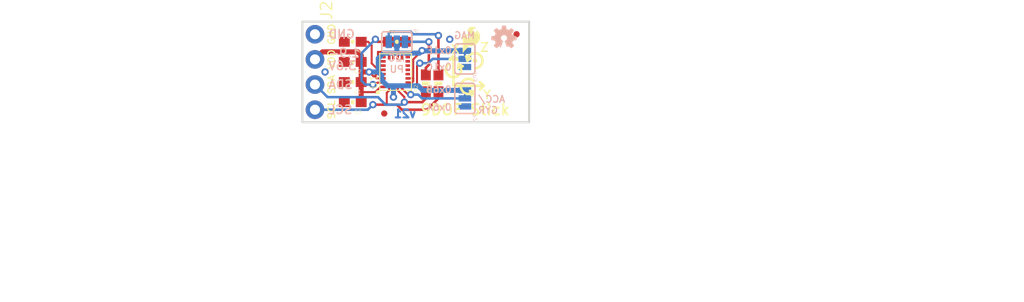
<source format=kicad_pcb>
(kicad_pcb (version 20211014) (generator pcbnew)
  (layers (0 "F.Cu" signal) (31 "B.Cu" signal) (34 "B.Paste" user) (35 "F.Paste" user) (36 "B.SilkS" user "B.Silkscreen") (37 "F.SilkS" user "F.Silkscreen") (38 "B.Mask" user) (39 "F.Mask" user) (44 "Edge.Cuts" user))
  (net 0 "")
  (net 1 "N$1")
  (net 2 "N$2")
  (net 3 "SCL")
  (net 4 "SDA")
  (net 5 "VDD")
  (net 6 "N$5")
  (net 7 "N$6")
  (net 8 "GND")
  (net 9 "SDO_A/G")
  (net 10 "SDO_M")
  (footprint "boardEagle:0603-CAP" (layer "F.Cu") (at 142.1511 108.0516 180)
    (fp_text reference "C3" (at -0.889 -0.762 180) (layer "F.SilkS") (effects (font (size 0.373888 0.373888) (thickness 0.032512)) (justify right top)))
    (fp_text value "0.1uF")
    (fp_line (start 0 -0.02794) (end 0 0.02794) (layer "F.SilkS") (width 0.381))
    (pad "1" smd rect (at -0.85 0 180) (size 1.1 1) (layers "F.Cu" "F.Paste" "F.Mask") (net 5 "VDD"))
    (pad "2" smd rect (at 0.85 0 180) (size 1.1 1) (layers "F.Cu" "F.Paste" "F.Mask") (net 8 "GND"))
  )
  (footprint "boardEagle:STAND-OFF" (layer "F.Cu") (at 157.3911 105.0036)
    (fp_text reference "H1" hide)
    (fp_text value "STAND-OFF" hide)
    (pad "" np_thru_hole circle (at 0 0) (size 3.302 3.302) (drill 3.302) (layers *.Cu *.Mask))
  )
  (footprint "boardEagle:1X04_NO_SILK_ALL_ROUND" (layer "F.Cu") (at 138.3411 101.1936 -90)
    (fp_text reference "J2" (at -1.3462 -1.8288 -90) (layer "F.SilkS") (effects (font (size 1.143 1.143) (thickness 0.127)) (justify left bottom)))
    (fp_text value "")
    (pad "1" thru_hole circle (at 0 0) (size 1.8796 1.8796) (drill 1.016) (layers *.Cu *.Mask) (net 8 "GND"))
    (pad "2" thru_hole circle (at 2.54 0) (size 1.8796 1.8796) (drill 1.016) (layers *.Cu *.Mask) (net 5 "VDD"))
    (pad "3" thru_hole circle (at 5.08 0) (size 1.8796 1.8796) (drill 1.016) (layers *.Cu *.Mask) (net 4 "SDA"))
    (pad "4" thru_hole circle (at 7.62 0) (size 1.8796 1.8796) (drill 1.016) (layers *.Cu *.Mask) (net 3 "SCL"))
  )
  (footprint "boardEagle:CREATIVE_COMMONS" (layer "F.Cu") (at 126.9111 127.8636)
    (fp_text reference "FRAME1" hide)
    (fp_text value "FRAME-LETTER" hide)
  )
  (footprint "boardEagle:0603-RES" (layer "F.Cu") (at 150.7871 106.1466 90)
    (fp_text reference "R1" (at -0.889 -0.762 90) (layer "F.SilkS") (effects (font (size 0.373888 0.373888) (thickness 0.032512)) (justify left bottom)))
    (fp_text value "4.7K")
    (fp_poly (pts (xy -0.1905 0.381) (xy 0.1905 0.381) (xy 0.1905 -0.381) (xy -0.1905 -0.381)) (layer "F.SilkS") (width 0) (fill solid))
    (pad "1" smd rect (at -0.85 0 90) (size 1.1 1) (layers "F.Cu" "F.Paste" "F.Mask") (net 3 "SCL"))
    (pad "2" smd rect (at 0.85 0 90) (size 1.1 1) (layers "F.Cu" "F.Paste" "F.Mask") (net 2 "N$2"))
  )
  (footprint "boardEagle:0603-RES" (layer "F.Cu") (at 149.5171 106.1466 90)
    (fp_text reference "R2" (at -0.889 -0.762 90) (layer "F.SilkS") (effects (font (size 0.373888 0.373888) (thickness 0.032512)) (justify left bottom)))
    (fp_text value "4.7K")
    (fp_poly (pts (xy -0.1905 0.381) (xy 0.1905 0.381) (xy 0.1905 -0.381) (xy -0.1905 -0.381)) (layer "F.SilkS") (width 0) (fill solid))
    (pad "1" smd rect (at -0.85 0 90) (size 1.1 1) (layers "F.Cu" "F.Paste" "F.Mask") (net 4 "SDA"))
    (pad "2" smd rect (at 0.85 0 90) (size 1.1 1) (layers "F.Cu" "F.Paste" "F.Mask") (net 1 "N$1"))
  )
  (footprint "boardEagle:0603-CAP" (layer "F.Cu") (at 142.1511 101.9556 180)
    (fp_text reference "C4" (at -0.889 -0.762 180) (layer "F.SilkS") (effects (font (size 0.373888 0.373888) (thickness 0.032512)) (justify right top)))
    (fp_text value "10nF")
    (fp_line (start 0 -0.02794) (end 0 0.02794) (layer "F.SilkS") (width 0.381))
    (pad "1" smd rect (at -0.85 0 180) (size 1.1 1) (layers "F.Cu" "F.Paste" "F.Mask") (net 6 "N$5"))
    (pad "2" smd rect (at 0.85 0 180) (size 1.1 1) (layers "F.Cu" "F.Paste" "F.Mask") (net 8 "GND"))
  )
  (footprint "boardEagle:MICRO-FIDUCIAL" (layer "F.Cu") (at 145.3261 109.1946)
    (fp_text reference "FD3" hide)
    (fp_text value "FIDUCIALUFIDUCIAL" hide)
    (pad "1" smd roundrect (at 0 0) (size 0.635 0.635) (layers "F.Cu" "F.Mask") (roundrect_rratio 0.5))
  )
  (footprint "boardEagle:0603-CAP" (layer "F.Cu") (at 146.5961 101.9556)
    (fp_text reference "C5" (at -0.889 -0.762) (layer "F.SilkS") (effects (font (size 0.373888 0.373888) (thickness 0.032512)) (justify left bottom)))
    (fp_text value "0.1uF")
    (fp_line (start 0 -0.02794) (end 0 0.02794) (layer "F.SilkS") (width 0.381))
    (pad "1" smd rect (at -0.85 0) (size 1.1 1) (layers "F.Cu" "F.Paste" "F.Mask") (net 7 "N$6"))
    (pad "2" smd rect (at 0.85 0) (size 1.1 1) (layers "F.Cu" "F.Paste" "F.Mask") (net 8 "GND"))
  )
  (footprint "boardEagle:SFE_LOGO_FLAME_.1" (layer "F.Cu") (at 152.9461 103.3526)
    (fp_text reference "LOGO1" hide)
    (fp_text value "SFE_LOGO_FLAME.1_INCH" hide)
    (fp_poly (pts (xy 1.412844 -2.906175) (xy 1.560112 -2.832541) (xy 1.605026 -2.798855) (xy 1.681982 -2.7219) (xy 1.571006 -2.7219) (xy 1.551005 -2.7319) (xy 1.504689 -2.7319) (xy 1.468361 -2.722818) (xy 1.422477 -2.713641) (xy 1.39011 -2.697457) (xy 1.358081 -2.673436) (xy 1.343019 -2.650843) (xy 1.335288 -2.635381) (xy 1.3281 -2.613817) (xy 1.3281 -2.564689) (xy 1.335361 -2.535643) (xy 1.369607 -2.484275) (xy 1.425028 -2.428854) (xy 1.462016 -2.401113) (xy 1.489157 -2.383019) (xy 1.523301 -2.365947) (xy 1.594689 -2.3481) (xy 1.613817 -2.3481) (xy 1.629419 -2.353301) (xy 1.648687 -2.372569) (xy 1.654712 -2.384619) (xy 1.6619 -2.406183) (xy 1.6619 -2.558742) (xy 1.804838 -2.469406) (xy 1.890505 -2.373031) (xy 1.964662 -2.256498) (xy 2.016968 -2.099579) (xy 2.048309 -1.932428) (xy 2.037811 -1.753974) (xy 1.985628 -1.555678) (xy 1.881878 -1.368928) (xy 1.808618 -1.274737) (xy 1.726044 -1.192162) (xy 1.642524 -1.119083) (xy 1.536984 -1.055759) (xy 1.432127 -1.013816) (xy 1.318165 -0.982735) (xy 1.193153 -0.9619) (xy 1.003156 -0.9619) (xy 0.953397 -0.953607) (xy 0.863627 -0.899745) (xy 0.767974 -0.804092) (xy 0.647975 -0.664094) (xy 0.528159 -0.544277) (xy 0.478163 -0.484281) (xy 0.430255 -0.436373) (xy 0.400257 -0.386376) (xy 0.2819 -0.268018) (xy 0.2819 -1.732372) (xy 0.292559 -1.817641) (xy 0.314746 -1.895296) (xy 0.380852 -2.005474) (xy 0.436664 -2.050123) (xy 0.481171 -2.083503) (xy 0.539098 -2.106674) (xy 0.59313 -2.117481) (xy 0.656847 -2.1281) (xy 0.788994 -2.1281) (xy 0.884319 -2.080438) (xy 0.832569 -2.028687) (xy 0.784617 -2.004711) (xy 0.760581 -1.996699) (xy 0.713301 -1.949419) (xy 0.7081 -1.933817) (xy 0.7081 -1.906183) (xy 0.714532 -1.886888) (xy 0.729607 -1.864275) (xy 0.781412 -1.81247) (xy 0.820903 -1.796674) (xy 0.863772 -1.7881) (xy 0.935311 -1.7881) (xy 1.004357 -1.805361) (xy 1.053944 -1.83842) (xy 1.086004 -1.878495) (xy 1.1019 -1.926183) (xy 1.1019 -1.983091) (xy 1.077224 -2.048894) (xy 1.012268 -2.113851) (xy 0.931425 -2.204799) (xy 0.858661 -2.287958) (xy 0.804008 -2.386334) (xy 0.7819 -2.485818) (xy 0.7819 -2.576183) (xy 0.815289 -2.676349) (xy 0.871274 -2.765925) (xy 0.969046 -2.84197) (xy 1.087145 -2.906387) (xy 1.206565 -2.9281) (xy 1.314182 -2.9281)) (layer "F.SilkS") (width 0) (fill solid))
  )
  (footprint "boardEagle:LGA24-8X4" (layer "F.Cu") (at 146.4691 105.0036 90)
    (fp_text reference "U1" (at -1.778 -1.778 90) (layer "F.SilkS") (effects (font (size 0.747776 0.747776) (thickness 0.065024)) (justify left bottom)))
    (fp_text value "LSM9DS1")
    (fp_line (start 1.85 -1.6) (end 1.85 1.6) (layer "F.SilkS") (width 0.1016))
    (fp_line (start -1.85 1.6) (end -1.85 -1.6) (layer "F.SilkS") (width 0.1016))
    (fp_line (start 1.85 1.6) (end -1.85 1.6) (layer "F.SilkS") (width 0.1016))
    (fp_line (start -1.85 -1.6) (end 1.85 -1.6) (layer "F.SilkS") (width 0.1016))
    (fp_circle (center -2.05 -1.8) (end -1.95 -1.8) (layer "F.SilkS") (width 0.2) (fill solid))
    (pad "1" smd rect (at -1.505 -1.225 180) (size 0.45 0.27) (layers "F.Cu" "F.Paste" "F.Mask") (net 5 "VDD"))
    (pad "2" smd rect (at -1.475 -0.645 270) (size 0.45 0.27) (layers "F.Cu" "F.Paste" "F.Mask") (net 3 "SCL"))
    (pad "3" smd rect (at -1.475 -0.215 270) (size 0.45 0.27) (layers "F.Cu" "F.Paste" "F.Mask") (net 5 "VDD"))
    (pad "4" smd rect (at -1.475 0.215 270) (size 0.45 0.27) (layers "F.Cu" "F.Paste" "F.Mask") (net 4 "SDA"))
    (pad "5" smd rect (at -1.475 0.645 270) (size 0.45 0.27) (layers "F.Cu" "F.Paste" "F.Mask") (net 9 "SDO_A/G"))
    (pad "6" smd rect (at -1.505 1.225) (size 0.45 0.27) (layers "F.Cu" "F.Paste" "F.Mask") (net 10 "SDO_M"))
    (pad "7" smd rect (at -1.075 1.225) (size 0.45 0.27) (layers "F.Cu" "F.Paste" "F.Mask") (net 5 "VDD"))
    (pad "8" smd rect (at -0.645 1.225) (size 0.45 0.27) (layers "F.Cu" "F.Paste" "F.Mask") (net 5 "VDD"))
    (pad "9" smd rect (at -0.215 1.225) (size 0.45 0.27) (layers "F.Cu" "F.Paste" "F.Mask"))
    (pad "10" smd rect (at 0.215 1.225) (size 0.45 0.27) (layers "F.Cu" "F.Paste" "F.Mask"))
    (pad "11" smd rect (at 0.645 1.225) (size 0.45 0.27) (layers "F.Cu" "F.Paste" "F.Mask"))
    (pad "12" smd rect (at 1.075 1.225) (size 0.45 0.27) (layers "F.Cu" "F.Paste" "F.Mask"))
    (pad "13" smd rect (at 1.505 1.225) (size 0.45 0.27) (layers "F.Cu" "F.Paste" "F.Mask"))
    (pad "14" smd rect (at 1.475 0.645 90) (size 0.45 0.27) (layers "F.Cu" "F.Paste" "F.Mask") (net 8 "GND"))
    (pad "15" smd rect (at 1.475 0.215 90) (size 0.45 0.27) (layers "F.Cu" "F.Paste" "F.Mask") (net 8 "GND"))
    (pad "16" smd rect (at 1.475 -0.215 90) (size 0.45 0.27) (layers "F.Cu" "F.Paste" "F.Mask") (net 8 "GND"))
    (pad "17" smd rect (at 1.475 -0.645 90) (size 0.45 0.27) (layers "F.Cu" "F.Paste" "F.Mask") (net 8 "GND"))
    (pad "18" smd rect (at 1.505 -1.225 180) (size 0.45 0.27) (layers "F.Cu" "F.Paste" "F.Mask") (net 8 "GND"))
    (pad "19" smd rect (at 1.075 -1.225 180) (size 0.45 0.27) (layers "F.Cu" "F.Paste" "F.Mask") (net 8 "GND"))
    (pad "20" smd rect (at 0.645 -1.225 180) (size 0.45 0.27) (layers "F.Cu" "F.Paste" "F.Mask") (net 8 "GND"))
    (pad "21" smd rect (at 0.215 -1.225 180) (size 0.45 0.27) (layers "F.Cu" "F.Paste" "F.Mask") (net 6 "N$5"))
    (pad "22" smd rect (at -0.215 -1.225 180) (size 0.45 0.27) (layers "F.Cu" "F.Paste" "F.Mask") (net 5 "VDD"))
    (pad "23" smd rect (at -0.645 -1.225 180) (size 0.45 0.27) (layers "F.Cu" "F.Paste" "F.Mask") (net 5 "VDD"))
    (pad "24" smd rect (at -1.075 -1.225 180) (size 0.45 0.27) (layers "F.Cu" "F.Paste" "F.Mask") (net 7 "N$6"))
  )
  (footprint "boardEagle:0603-CAP" (layer "F.Cu") (at 142.1511 106.0196 180)
    (fp_text reference "C1" (at -0.889 -0.762 180) (layer "F.SilkS") (effects (font (size 0.373888 0.373888) (thickness 0.032512)) (justify right top)))
    (fp_text value "10uF")
    (fp_line (start 0 -0.02794) (end 0 0.02794) (layer "F.SilkS") (width 0.381))
    (pad "1" smd rect (at -0.85 0 180) (size 1.1 1) (layers "F.Cu" "F.Paste" "F.Mask") (net 5 "VDD"))
    (pad "2" smd rect (at 0.85 0 180) (size 1.1 1) (layers "F.Cu" "F.Paste" "F.Mask") (net 8 "GND"))
  )
  (footprint "boardEagle:MICRO-FIDUCIAL" (layer "F.Cu") (at 158.6611 101.1936)
    (fp_text reference "FD4" hide)
    (fp_text value "FIDUCIALUFIDUCIAL" hide)
    (pad "1" smd roundrect (at 0 0) (size 0.635 0.635) (layers "F.Cu" "F.Mask") (roundrect_rratio 0.5))
  )
  (footprint "boardEagle:0603-CAP" (layer "F.Cu") (at 142.1511 103.9876 180)
    (fp_text reference "C2" (at -0.889 -0.762 180) (layer "F.SilkS") (effects (font (size 0.373888 0.373888) (thickness 0.032512)) (justify right top)))
    (fp_text value "0.1uF")
    (fp_line (start 0 -0.02794) (end 0 0.02794) (layer "F.SilkS") (width 0.381))
    (pad "1" smd rect (at -0.85 0 180) (size 1.1 1) (layers "F.Cu" "F.Paste" "F.Mask") (net 5 "VDD"))
    (pad "2" smd rect (at 0.85 0 180) (size 1.1 1) (layers "F.Cu" "F.Paste" "F.Mask") (net 8 "GND"))
  )
  (footprint "boardEagle:OSHW-LOGO-MINI" (layer "B.Cu") (at 157.3911 101.5746 180)
    (fp_text reference "LOGO3" hide)
    (fp_text value "OSHW-LOGOMINI" hide)
    (fp_poly (pts (xy 0.248928 0.903689) (xy 0.26557 0.895368) (xy 0.275571 0.895368) (xy 0.29557 0.885368) (xy 0.305571 0.885368) (xy 0.32557 0.875368) (xy 0.35234 0.875368) (xy 0.36911 0.858598) (xy 0.37557 0.855368) (xy 0.385571 0.855368) (xy 0.41911 0.838598) (xy 0.42911 0.828598) (xy 0.43557 0.825368) (xy 0.445571 0.825368) (xy 0.467713 0.814296) (xy 0.760503 1.01622) (xy 1.036814 0.751922) (xy 0.823853 0.457832) (xy 0.82783 0.449878) (xy 0.8446 0.433108) (xy 0.8446 0.413108) (xy 0.84783 0.409878) (xy 0.85783 0.389878) (xy 0.8746 0.373108) (xy 0.8746 0.353108) (xy 0.8846 0.343108) (xy 0.8846 0.316338) (xy 0.88783 0.309878) (xy 0.9046 0.293108) (xy 0.9046 0.273108) (xy 0.9146 0.263108) (xy 0.9146 0.239559) (xy 1.2746 0.179559) (xy 1.2746 -0.204671) (xy 0.9146 -0.266386) (xy 0.9146 -0.271602) (xy 0.9046 -0.291601) (xy 0.9046 -0.301602) (xy 0.8946 -0.321601) (xy 0.8946 -0.331602) (xy 0.8746 -0.371601) (xy 0.8746 -0.381602) (xy 0.85783 -0.415141) (xy 0.84783 -0.425141) (xy 0.8446 -0.431601) (xy 0.8446 -0.441602) (xy 0.82783 -0.475141) (xy 0.822489 -0.480482) (xy 1.036774 -0.766197) (xy 0.761086 -1.041885) (xy 0.465167 -0.837804) (xy 0.45234 -0.850631) (xy 0.44234 -0.850631) (xy 0.43234 -0.860631) (xy 0.41234 -0.860631) (xy 0.40234 -0.870631) (xy 0.39234 -0.870631) (xy 0.38234 -0.880631) (xy 0.37234 -0.880631) (xy 0.3646 -0.888371) (xy 0.3646 -1.074642) (xy 0.079132 -0.303879) (xy 0.16409 -0.261401) (xy 0.18409 -0.241401) (xy 0.20409 -0.231401) (xy 0.23537 -0.200121) (xy 0.24537 -0.180121) (xy 0.26537 -0.160121) (xy 0.271403 -0.148055) (xy 0.281404 -0.118052) (xy 0.2886 -0.103661) (xy 0.2886 -0.086464) (xy 0.2986 -0.056464) (xy 0.2986 0.021201) (xy 0.2886 0.051201) (xy 0.2886 0.075862) (xy 0.272159 0.100524) (xy 0.262159 0.130523) (xy 0.227068 0.18316) (xy 0.192392 0.217836) (xy 0.139755 0.252927) (xy 0.109756 0.262927) (xy 0.085094 0.279368) (xy 0.060433 0.279368) (xy 0.030433 0.289368) (xy -0.028724 0.289368) (xy -0.068722 0.279368) (xy -0.091894 0.279368) (xy -0.116556 0.262927) (xy -0.146555 0.252927) (xy -0.169192 0.237836) (xy -0.189191 0.217837) (xy -0.219192 0.197836) (xy -0.233868 0.18316) (xy -0.268959 0.130523) (xy -0.3054 0.021201) (xy -0.3054 -0.026464) (xy -0.2954 -0.056464) (xy -0.2954 -0.083661) (xy -0.278204 -0.118052) (xy -0.268203 -0.148055) (xy -0.25217 -0.180121) (xy -0.23217 -0.200121) (xy -0.22217 -0.220121) (xy -0.21089 -0.231401) (xy -0.19089 -0.241401) (xy -0.17089 -0.261401) (xy -0.138824 -0.277434) (xy -0.074125 -0.299) (xy -0.308354 -0.931417) (xy -0.34914 -0.890631) (xy -0.36914 -0.890631) (xy -0.37914 -0.880631) (xy -0.38914 -0.880631) (xy -0.39914 -0.870631) (xy -0.40914 -0.870631) (xy -0.41914 -0.860631) (xy -0.42914 -0.860631) (xy -0.43914 -0.850631) (xy -0.44914 -0.850631) (xy -0.45914 -0.840631) (xy -0.46914 -0.840631) (xy -0.471967 -0.837804) (xy -0.76848 -1.042295) (xy -1.032615 -0.766154) (xy -0.82762 -0.479161) (xy -0.8314 -0.471602) (xy -0.8314 -0.461601) (xy -0.83463 -0.455141) (xy -0.84463 -0.445141) (xy -0.85463 -0.425141) (xy -0.8714 -0.408371) (xy -0.8714 -0.388371) (xy -0.8814 -0.378371) (xy -0.8814 -0.351601) (xy -0.88463 -0.345141) (xy -0.9014 -0.328371) (xy -0.9014 -0.308371) (xy -0.9114 -0.298371) (xy -0.9114 -0.271601) (xy -0.914252 -0.265897) (xy -1.2714 -0.204671) (xy -1.2714 0.179408) (xy -0.919721 0.239696) (xy -0.9114 0.256338) (xy -0.9114 0.266339) (xy -0.9014 0.286338) (xy -0.9014 0.296339) (xy -0.8814 0.336338) (xy -0.8814 0.346339) (xy -0.86463 0.379878) (xy -0.8614 0.383108) (xy -0.8614 0.403108) (xy -0.84463 0.419878) (xy -0.83463 0.439878) (xy -0.8314 0.443108) (xy -0.8314 0.460035) (xy -1.032654 0.751854) (xy -0.767886 1.016622) (xy -0.471967 0.812541) (xy -0.45914 0.825368) (xy -0.43914 0.825368) (xy -0.43591 0.828598) (xy -0.41591 0.838598) (xy -0.39914 0.855368) (xy -0.37914 0.855368) (xy -0.37591 0.858598) (xy -0.342371 0.875368) (xy -0.33237 0.875368) (xy -0.312371 0.885368) (xy -0.29914 0.885368) (xy -0.28914 0.895368) (xy -0.26237 0.895368) (xy -0.256666 0.89822) (xy -0.19544 1.255368) (xy 0.18864 1.255368)) (layer "B.SilkS") (width 0) (fill solid))
  )
  (footprint "boardEagle:PAD-JUMPER-3-2OF3_NC_BY_TRACE_YES_SILK_FULL_BOX" (layer "B.Cu") (at 153.4541 103.6828 90)
    (fp_text reference "JP3" (at -1.27 1.27 270) (layer "B.SilkS") (effects (font (size 0.373888 0.373888) (thickness 0.032512)) (justify left bottom mirror)))
    (fp_text value "")
    (fp_line (start 0 0) (end 0.635 0) (layer "B.Cu") (width 0.2032))
    (fp_line (start -1.27 1.016) (end 1.27 1.016) (layer "B.SilkS") (width 0.1524))
    (fp_line (start -1.524 -0.762) (end -1.524 0.762) (layer "B.SilkS") (width 0.1524))
    (fp_line (start 1.524 -0.762) (end 1.524 0.762) (layer "B.SilkS") (width 0.1524))
    (fp_line (start 1.27 -1.016) (end -1.27 -1.016) (layer "B.SilkS") (width 0.1524))
    (fp_arc (start -1.524 -0.762) (mid -1.449605 -0.941605) (end -1.27 -1.016) (layer "B.SilkS") (width 0.1524))
    (fp_arc (start -1.27 1.016) (mid -1.449605 0.941605) (end -1.524 0.762) (layer "B.SilkS") (width 0.1524))
    (fp_arc (start 1.524 0.762) (mid 1.449605 0.941605) (end 1.27 1.016) (layer "B.SilkS") (width 0.1524))
    (fp_arc (start 1.27 -1.016) (mid 1.449605 -0.941605) (end 1.524 -0.762) (layer "B.SilkS") (width 0.1524))
    (pad "1" smd rect (at -0.8128 0 90) (size 0.635 1.27) (layers "B.Cu" "B.Mask") (net 8 "GND"))
    (pad "2" smd rect (at 0 0 90) (size 0.635 1.27) (layers "B.Cu" "B.Mask") (net 10 "SDO_M"))
    (pad "3" smd rect (at 0.8128 0 90) (size 0.635 1.27) (layers "B.Cu" "B.Mask") (net 5 "VDD"))
  )
  (footprint "boardEagle:PAD-JUMPER-3-3OF3_NC_BY_TRACE_YES_SILK_FULL_BOX" (layer "B.Cu") (at 146.5961 101.9556 180)
    (fp_text reference "JP1" (at -1.27 1.27) (layer "B.SilkS") (effects (font (size 0.373888 0.373888) (thickness 0.032512)) (justify right top mirror)))
    (fp_text value "")
    (fp_line (start 0.254 0) (end 1.016 0) (layer "B.Cu") (width 0.2032))
    (fp_line (start -1.016 0) (end -0.254 0) (layer "B.Cu") (width 0.2032))
    (fp_line (start 1.524 -0.762) (end 1.524 0.762) (layer "B.SilkS") (width 0.1524))
    (fp_line (start -1.524 -0.762) (end -1.524 0.762) (layer "B.SilkS") (width 0.1524))
    (fp_line (start 1.27 -1.016) (end -1.27 -1.016) (layer "B.SilkS") (width 0.1524))
    (fp_line (start -1.27 1.016) (end 1.27 1.016) (layer "B.SilkS") (width 0.1524))
    (fp_arc (start 1.27 -1.016) (mid 1.449605 -0.941605) (end 1.524 -0.762) (layer "B.SilkS") (width 0.1524))
    (fp_arc (start -1.27 1.016) (mid -1.449605 0.941605) (end -1.524 0.762) (layer "B.SilkS") (width 0.1524))
    (fp_arc (start 1.524 0.762) (mid 1.449605 0.941605) (end 1.27 1.016) (layer "B.SilkS") (width 0.1524))
    (fp_arc (start -1.524 -0.762) (mid -1.449605 -0.941605) (end -1.27 -1.016) (layer "B.SilkS") (width 0.1524))
    (pad "1" smd rect (at -0.8128 0 180) (size 0.635 1.27) (layers "B.Cu" "B.Mask") (net 1 "N$1"))
    (pad "2" smd rect (at 0 0 180) (size 0.635 1.27) (layers "B.Cu" "B.Mask") (net 5 "VDD"))
    (pad "3" smd rect (at 0.8128 0 180) (size 0.635 1.27) (layers "B.Cu" "B.Mask") (net 2 "N$2"))
  )
  (footprint "boardEagle:PAD-JUMPER-3-2OF3_NC_BY_TRACE_YES_SILK_FULL_BOX" (layer "B.Cu") (at 153.4541 107.6706 90)
    (fp_text reference "JP2" (at -1.27 1.27 270) (layer "B.SilkS") (effects (font (size 0.373888 0.373888) (thickness 0.032512)) (justify left bottom mirror)))
    (fp_text value "")
    (fp_line (start 0 0) (end 0.635 0) (layer "B.Cu") (width 0.2032))
    (fp_line (start -1.524 -0.762) (end -1.524 0.762) (layer "B.SilkS") (width 0.1524))
    (fp_line (start 1.524 -0.762) (end 1.524 0.762) (layer "B.SilkS") (width 0.1524))
    (fp_line (start 1.27 -1.016) (end -1.27 -1.016) (layer "B.SilkS") (width 0.1524))
    (fp_line (start -1.27 1.016) (end 1.27 1.016) (layer "B.SilkS") (width 0.1524))
    (fp_arc (start -1.524 -0.762) (mid -1.449605 -0.941605) (end -1.27 -1.016) (layer "B.SilkS") (width 0.1524))
    (fp_arc (start 1.27 -1.016) (mid 1.449605 -0.941605) (end 1.524 -0.762) (layer "B.SilkS") (width 0.1524))
    (fp_arc (start -1.27 1.016) (mid -1.449605 0.941605) (end -1.524 0.762) (layer "B.SilkS") (width 0.1524))
    (fp_arc (start 1.524 0.762) (mid 1.449605 0.941605) (end 1.27 1.016) (layer "B.SilkS") (width 0.1524))
    (pad "1" smd rect (at -0.8128 0 90) (size 0.635 1.27) (layers "B.Cu" "B.Mask") (net 8 "GND"))
    (pad "2" smd rect (at 0 0 90) (size 0.635 1.27) (layers "B.Cu" "B.Mask") (net 9 "SDO_A/G"))
    (pad "3" smd rect (at 0.8128 0 90) (size 0.635 1.27) (layers "B.Cu" "B.Mask") (net 5 "VDD"))
  )
  (gr_line (start 153.233812 104.420922) (end 152.831753 104.218616) (layer "F.SilkS") (width 0.254))
  (gr_line (start 154.9781 106.0196) (end 155.3591 106.4006) (layer "F.SilkS") (width 0.254))
  (gr_line (start 152.6921 103.7336) (end 151.9301 103.7336) (layer "F.SilkS") (width 0.254))
  (gr_circle (center 154.4701 103.8606) (end 154.5336 103.8606) (layer "F.SilkS") (width 0.1778) (fill none))
  (gr_line (start 154.163778 107.374113) (end 154.366084 106.972054) (layer "F.SilkS") (width 0.254))
  (gr_line (start 153.7081 103.8606) (end 154.0383 103.632) (layer "F.SilkS") (width 0.254))
  (gr_line (start 154.366084 106.972054) (end 153.96879 106.91335) (layer "F.SilkS") (width 0.254))
  (gr_line (start 153.8351 103.7336) (end 153.7081 103.7336) (layer "F.SilkS") (width 0.127))
  (gr_line (start 152.3111 106.4006) (end 155.3591 106.4006) (layer "F.SilkS") (width 0.254))
  (gr_line (start 155.3591 106.4006) (end 154.9781 106.7816) (layer "F.SilkS") (width 0.254))
  (gr_line (start 151.9301 103.7336) (end 152.3111 103.3526) (layer "F.SilkS") (width 0.254))
  (gr_arc (start 152.831753 104.218616) (mid 152.336362 105.53658) (end 151.754715 104.254344) (layer "F.SilkS") (width 0.254))
  (gr_line (start 152.3111 103.3526) (end 152.6921 103.7336) (layer "F.SilkS") (width 0.254))
  (gr_line (start 152.77305 104.61591) (end 153.233812 104.420922) (layer "F.SilkS") (width 0.254))
  (gr_line (start 152.831753 104.218616) (end 152.77305 104.61591) (layer "F.SilkS") (width 0.254))
  (gr_line (start 154.0383 103.632) (end 153.5811 103.4288) (layer "F.SilkS") (width 0.254))
  (gr_line (start 153.96879 106.91335) (end 154.163778 107.374113) (layer "F.SilkS") (width 0.254))
  (gr_arc (start 153.7081 103.8606) (mid 155.008915 103.321785) (end 154.4701 104.6226) (layer "F.SilkS") (width 0.254))
  (gr_line (start 153.5811 103.4288) (end 153.7081 103.8606) (layer "F.SilkS") (width 0.254))
  (gr_line (start 153.8097 103.632) (end 153.7335 103.5304) (layer "F.SilkS") (width 0.254))
  (gr_line (start 152.3111 106.4006) (end 152.3111 103.3526) (layer "F.SilkS") (width 0.254))
  (gr_arc (start 154.366084 106.972054) (mid 153.04812 106.476663) (end 154.330356 105.895016) (layer "F.SilkS") (width 0.254))
  (gr_line (start 159.9311 99.9236) (end 137.0711 99.9236) (layer "Edge.Cuts") (width 0.2032))
  (gr_line (start 137.0711 99.9236) (end 137.0711 110.0836) (layer "Edge.Cuts") (width 0.2032))
  (gr_line (start 159.9311 110.0836) (end 159.9311 99.9236) (layer "Edge.Cuts") (width 0.2032))
  (gr_line (start 137.0711 110.0836) (end 159.9311 110.0836) (layer "Edge.Cuts") (width 0.2032))
  (gr_text "v21" (at 148.6281 109.7026) (layer "B.Cu") (effects (font (size 0.8128 0.8128) (thickness 0.2032)) (justify left bottom mirror)))
  (gr_text "0x6A" (at 152.1841 108.5596) (layer "B.SilkS") (effects (font (size 0.69088 0.69088) (thickness 0.12192)) (justify left mirror)))
  (gr_text "SDA" (at 139.6111 106.2736) (layer "B.SilkS") (effects (font (size 0.8636 0.8636) (thickness 0.1524)) (justify right mirror)))
  (gr_text "SCL" (at 139.6111 108.8136) (layer "B.SilkS") (effects (font (size 0.8636 0.8636) (thickness 0.1524)) (justify right mirror)))
  (gr_text "0x1E" (at 152.1841 102.8446) (layer "B.SilkS") (effects (font (size 0.69088 0.69088) (thickness 0.12192)) (justify left mirror)))
  (gr_text "MAG" (at 152.3111 101.3206) (layer "B.SilkS") (effects (font (size 0.69088 0.69088) (thickness 0.12192)) (justify right mirror)))
  (gr_text "0x6B" (at 152.1841 106.7816) (layer "B.SilkS") (effects (font (size 0.69088 0.69088) (thickness 0.12192)) (justify left mirror)))
  (gr_text "ACC/\nGYR" (at 154.7241 108.3056) (layer "B.SilkS") (effects (font (size 0.69088 0.69088) (thickness 0.12192)) (justify right mirror)))
  (gr_text "1.9-" (at 139.6111 103.0986) (layer "B.SilkS") (effects (font (size 0.8636 0.8636) (thickness 0.1524)) (justify right mirror)))
  (gr_text "3.6V" (at 139.6111 104.3686) (layer "B.SilkS") (effects (font (size 0.8636 0.8636) (thickness 0.1524)) (justify right mirror)))
  (gr_text "I2C" (at 146.5961 103.9876) (layer "B.SilkS") (effects (font (size 0.69088 0.69088) (thickness 0.12192)) (justify bottom mirror)))
  (gr_text "0x1C" (at 152.1841 104.4956) (layer "B.SilkS") (effects (font (size 0.69088 0.69088) (thickness 0.12192)) (justify left mirror)))
  (gr_text "PU" (at 146.5961 105.1306) (layer "B.SilkS") (effects (font (size 0.69088 0.69088) (thickness 0.12192)) (justify bottom mirror)))
  (gr_text "GND" (at 139.6111 101.1936) (layer "B.SilkS") (effects (font (size 0.8636 0.8636) (thickness 0.1524)) (justify right mirror)))
  (gr_text "SCL" (at 139.6111 108.8136 90) (layer "F.SilkS") (effects (font (size 0.69088 0.69088) (thickness 0.12192)) (justify top)))
  (gr_text "VDD" (at 139.6111 103.7336 90) (layer "F.SilkS") (effects (font (size 0.69088 0.69088) (thickness 0.12192)) (justify top)))
  (gr_text "SDA" (at 139.6111 106.2736 90) (layer "F.SilkS") (effects (font (size 0.69088 0.69088) (thickness 0.12192)) (justify top)))
  (gr_text "GND" (at 139.6111 101.1936 90) (layer "F.SilkS") (effects (font (size 0.69088 0.69088) (thickness 0.12192)) (justify top)))
  (gr_text "X" (at 152.4889 103.2256) (layer "F.SilkS") (effects (font (size 0.8636 0.8636) (thickness 0.1524)) (justify bottom)))
  (gr_text "Y" (at 155.6893 107.7976) (layer "F.SilkS") (effects (font (size 0.8636 0.8636) (thickness 0.1524)) (justify bottom)))
  (gr_text "Z" (at 155.4353 103.0224) (layer "F.SilkS") (effects (font (size 0.8636 0.8636) (thickness 0.1524)) (justify bottom)))
  (gr_text "9DOF Stick" (at 148.8821 108.8136) (layer "F.SilkS") (effects (font (size 1.0795 1.0795) (thickness 0.1905)) (justify left)))
  (segment (start 149.8219 101.9556) (end 149.8219 104.280741) (width 0.254) (layer "F.Cu") (net 1))
  (segment (start 149.5171 104.585541) (end 149.8219 104.280741) (width 0.254) (layer "F.Cu") (net 1))
  (segment (start 149.5171 104.585541) (end 149.5171 105.2966) (width 0.254) (layer "F.Cu") (net 1))
  (via (at 149.8219 101.9556) (size 0.7366) (drill 0.381) (layers "F.Cu" "B.Cu") (net 1))
  (segment (start 147.4089 101.9556) (end 149.8219 101.9556) (width 0.254) (layer "B.Cu") (net 1))
  (segment (start 150.7871 101.3206) (end 150.7871 105.2966) (width 0.254) (layer "F.Cu") (net 2))
  (via (at 150.7871 101.3206) (size 0.7366) (drill 0.381) (layers "F.Cu" "B.Cu") (net 2))
  (segment (start 148.2471 101.1936) (end 147.9931 100.9396) (width 0.254) (layer "B.Cu") (net 2))
  (segment (start 145.7833 101.1174) (end 145.9611 100.9396) (width 0.254) (layer "B.Cu") (net 2))
  (segment (start 150.7871 101.3206) (end 150.7871 101.1936) (width 0.254) (layer "B.Cu") (net 2))
  (segment (start 147.9931 100.9396) (end 145.9611 100.9396) (width 0.254) (layer "B.Cu") (net 2))
  (segment (start 145.7833 101.9556) (end 145.7833 101.1174) (width 0.254) (layer "B.Cu") (net 2))
  (segment (start 150.7871 101.1936) (end 148.2471 101.1936) (width 0.254) (layer "B.Cu") (net 2))
  (segment (start 150.7871 107.6706) (end 150.7871 106.9966) (width 0.254) (layer "F.Cu") (net 3))
  (segment (start 145.5801 107.106922) (end 145.5801 108.3056) (width 0.2032) (layer "F.Cu") (net 3))
  (segment (start 144.1831 108.3056) (end 145.5801 108.3056) (width 0.254) (layer "F.Cu") (net 3))
  (segment (start 145.5801 107.106922) (end 145.8241 106.862922) (width 0.2032) (layer "F.Cu") (net 3))
  (segment (start 149.3901 108.8136) (end 149.6441 108.8136) (width 0.254) (layer "F.Cu") (net 3))
  (segment (start 145.8241 106.862922) (end 145.8241 106.4786) (width 0.2032) (layer "F.Cu") (net 3))
  (segment (start 145.5801 108.3056) (end 146.5961 108.3056) (width 0.254) (layer "F.Cu") (net 3))
  (segment (start 149.6441 108.8136) (end 150.7871 107.6706) (width 0.254) (layer "F.Cu") (net 3))
  (segment (start 146.5961 108.3056) (end 147.1041 108.8136) (width 0.254) (layer "F.Cu") (net 3))
  (segment (start 147.1041 108.8136) (end 149.3901 108.8136) (width 0.254) (layer "F.Cu") (net 3))
  (via (at 144.1831 108.3056) (size 0.7366) (drill 0.381) (layers "F.Cu" "B.Cu") (net 3))
  (segment (start 138.3411 108.8136) (end 143.6751 108.8136) (width 0.254) (layer "B.Cu") (net 3))
  (segment (start 143.6751 108.8136) (end 144.1831 108.3056) (width 0.254) (layer "B.Cu") (net 3))
  (segment (start 149.5171 107.692391) (end 149.5171 106.9966) (width 0.254) (layer "F.Cu") (net 4))
  (segment (start 149.15789 108.0516) (end 149.5171 107.692391) (width 0.254) (layer "F.Cu") (net 4))
  (segment (start 147.3581 108.0516) (end 149.15789 108.0516) (width 0.254) (layer "F.Cu") (net 4))
  (segment (start 147.3581 107.5436) (end 147.3581 108.0516) (width 0.2032) (layer "F.Cu") (net 4))
  (segment (start 146.6841 106.8696) (end 146.6841 106.4786) (width 0.2032) (layer "F.Cu") (net 4))
  (segment (start 146.6841 106.8696) (end 147.3581 107.5436) (width 0.2032) (layer "F.Cu") (net 4))
  (via (at 147.3581 108.0516) (size 0.7366) (drill 0.381) (layers "F.Cu" "B.Cu") (net 4))
  (segment (start 144.6911 107.5436) (end 145.4531 108.3056) (width 0.254) (layer "B.Cu") (net 4))
  (segment (start 147.3581 108.0516) (end 147.1041 108.3056) (width 0.254) (layer "B.Cu") (net 4))
  (segment (start 147.1041 108.3056) (end 145.4531 108.3056) (width 0.254) (layer "B.Cu") (net 4))
  (segment (start 138.3411 106.2736) (end 139.6111 107.5436) (width 0.254) (layer "B.Cu") (net 4))
  (segment (start 139.6111 107.5436) (end 144.6911 107.5436) (width 0.254) (layer "B.Cu") (net 4))
  (segment (start 148.2471 103.7336) (end 148.2471 105.6486) (width 0.2032) (layer "F.Cu") (net 5))
  (segment (start 143.0011 103.3136) (end 143.0011 103.9876) (width 0.508) (layer "F.Cu") (net 5))
  (segment (start 142.6591 102.9716) (end 143.0011 103.3136) (width 0.508) (layer "F.Cu") (net 5))
  (segment (start 144.9451 106.5086) (end 144.4181 107.0356) (width 0.2032) (layer "F.Cu") (net 5))
  (segment (start 139.1031 102.9716) (end 142.6591 102.9716) (width 0.515618) (layer "F.Cu") (net 5))
  (segment (start 144.4371 105.52121) (end 144.4371 105.4336) (width 0.2032) (layer "F.Cu") (net 5))
  (segment (start 147.6941 106.0786) (end 148.107065 106.0786) (width 0.2032) (layer "F.Cu") (net 5))
  (segment (start 148.2471 105.6486) (end 147.6941 105.6486) (width 0.2032) (layer "F.Cu") (net 5))
  (segment (start 145.2441 105.2186) (end 144.569953 105.2186) (width 0.2032) (layer "F.Cu") (net 5))
  (segment (start 144.4181 107.0356) (end 143.0011 107.0356) (width 0.2032) (layer "F.Cu") (net 5))
  (segment (start 143.0011 103.9876) (end 143.0011 105.0036) (width 0.508) (layer "F.Cu") (net 5))
  (segment (start 145.2441 105.6486) (end 144.56449 105.6486) (width 0.2032) (layer "F.Cu") (net 5))
  (segment (start 148.2471 105.938566) (end 148.2471 105.6486) (width 0.2032) (layer "F.Cu") (net 5))
  (segment (start 143.0011 108.0516) (end 143.0011 107.0356) (width 0.508) (layer "F.Cu") (net 5))
  (segment (start 144.4371 105.4336) (end 144.2321 105.4336) (width 0.2032) (layer "F.Cu") (net 5))
  (segment (start 143.0011 106.0196) (end 143.0011 105.0036) (width 0.508) (layer "F.Cu") (net 5))
  (segment (start 144.4371 105.351454) (end 144.4371 105.4336) (width 0.2032) (layer "F.Cu") (net 5))
  (segment (start 148.107065 106.0786) (end 148.2471 105.938566) (width 0.2032) (layer "F.Cu") (net 5))
  (segment (start 138.3411 103.7336) (end 139.1031 102.9716) (width 0.508) (layer "F.Cu") (net 5))
  (segment (start 146.2541 106.4786) (end 146.2541 107.5436) (width 0.2032) (layer "F.Cu") (net 5))
  (segment (start 145.2441 106.5086) (end 144.9451 106.5086) (width 0.2032) (layer "F.Cu") (net 5))
  (segment (start 144.2321 105.4336) (end 143.8021 105.0036) (width 0.2032) (layer "F.Cu") (net 5))
  (segment (start 144.569953 105.2186) (end 144.4371 105.351454) (width 0.2032) (layer "F.Cu") (net 5))
  (segment (start 149.1361 102.8446) (end 148.2471 103.7336) (width 0.2032) (layer "F.Cu") (net 5))
  (segment (start 143.0011 105.0036) (end 143.8021 105.0036) (width 0.508) (layer "F.Cu") (net 5))
  (segment (start 144.56449 105.6486) (end 144.4371 105.52121) (width 0.2032) (layer "F.Cu") (net 5))
  (segment (start 143.0011 107.0356) (end 143.0011 106.0196) (width 0.508) (layer "F.Cu") (net 5))
  (via (at 143.8021 105.0036) (size 0.7366) (drill 0.381) (layers "F.Cu" "B.Cu") (net 5))
  (via (at 149.1361 102.8446) (size 0.7366) (drill 0.381) (layers "F.Cu" "B.Cu") (net 5))
  (via (at 146.2541 107.5436) (size 0.7366) (drill 0.381) (layers "F.Cu" "B.Cu") (net 5))
  (segment (start 144.726671 105.0036) (end 143.8021 105.0036) (width 0.508) (layer "B.Cu") (net 5))
  (segment (start 146.5961 103.0986) (end 145.26305 103.0986) (width 0.508) (layer "B.Cu") (net 5))
  (segment (start 146.2541 106.4006) (end 145.640059 106.4006) (width 0.508) (layer "B.Cu") (net 5))
  (segment (start 145.640059 106.4006) (end 145.0721 105.832641) (width 0.508) (layer "B.Cu") (net 5))
  (segment (start 149.1615 102.87) (end 149.1361 102.8446) (width 0.508) (layer "B.Cu") (net 5))
  (segment (start 145.0721 105.832641) (end 145.0721 105.349029) (width 0.508) (layer "B.Cu") (net 5))
  (segment (start 148.7551 106.4006) (end 146.2541 106.4006) (width 0.508) (layer "B.Cu") (net 5))
  (segment (start 153.4541 102.87) (end 149.1615 102.87) (width 0.508) (layer "B.Cu") (net 5))
  (segment (start 149.2123 106.8578) (end 148.7551 106.4006) (width 0.508) (layer "B.Cu") (net 5))
  (segment (start 146.5961 101.9556) (end 146.5961 103.0986) (width 0.508) (layer "B.Cu") (net 5))
  (segment (start 146.2541 107.5436) (end 146.2541 106.4006) (width 0.508) (layer "B.Cu") (net 5))
  (segment (start 145.26305 103.0986) (end 144.726671 103.634979) (width 0.508) (layer "B.Cu") (net 5))
  (segment (start 149.1361 102.8446) (end 148.8821 103.0986) (width 0.508) (layer "B.Cu") (net 5))
  (segment (start 144.726671 105.0036) (end 145.0721 105.349029) (width 0.508) (layer "B.Cu") (net 5))
  (segment (start 148.8821 103.0986) (end 146.5961 103.0986) (width 0.508) (layer "B.Cu") (net 5))
  (segment (start 153.4541 106.8578) (end 149.2123 106.8578) (width 0.508) (layer "B.Cu") (net 5))
  (segment (start 144.726671 103.634979) (end 144.726671 105.0036) (width 0.508) (layer "B.Cu") (net 5))
  (segment (start 144.0561 104.129463) (end 144.715237 104.7886) (width 0.2032) (layer "F.Cu") (net 6))
  (segment (start 144.715237 104.7886) (end 145.2441 104.7886) (width 0.2032) (layer "F.Cu") (net 6))
  (segment (start 143.69689 101.9556) (end 143.0011 101.9556) (width 0.2032) (layer "F.Cu") (net 6))
  (segment (start 144.0561 102.31481) (end 143.69689 101.9556) (width 0.2032) (layer "F.Cu") (net 6))
  (segment (start 144.0561 104.129463) (end 144.0561 102.31481) (width 0.2032) (layer "F.Cu") (net 6))
  (segment (start 144.4371 106.2736) (end 144.6321 106.0786) (width 0.2032) (layer "F.Cu") (net 7))
  (segment (start 144.1831 106.2736) (end 144.4371 106.2736) (width 0.2032) (layer "F.Cu") (net 7))
  (segment (start 144.6321 106.0786) (end 145.2441 106.0786) (width 0.2032) (layer "F.Cu") (net 7))
  (segment (start 144.6911 101.9556) (end 144.4371 101.7016) (width 0.254) (layer "F.Cu") (net 7))
  (segment (start 145.7461 101.9556) (end 144.6911 101.9556) (width 0.254) (layer "F.Cu") (net 7))
  (via (at 144.1831 106.2736) (size 0.7366) (drill 0.381) (layers "F.Cu" "B.Cu") (net 7))
  (via (at 144.4371 101.7016) (size 0.7366) (drill 0.381) (layers "F.Cu" "B.Cu") (net 7))
  (segment (start 143.0401 105.8926) (end 143.0401 103.0986) (width 0.254) (layer "B.Cu") (net 7))
  (segment (start 143.0401 103.0986) (end 144.4371 101.7016) (width 0.254) (layer "B.Cu") (net 7))
  (segment (start 143.0401 105.8926) (end 143.4211 106.2736) (width 0.254) (layer "B.Cu") (net 7))
  (segment (start 143.4211 106.2736) (end 144.1831 106.2736) (width 0.254) (layer "B.Cu") (net 7))
  (segment (start 144.863778 104.3586) (end 145.2441 104.3586) (width 0.2032) (layer "F.Cu") (net 8))
  (segment (start 144.6911 104.185922) (end 144.863778 104.3586) (width 0.2032) (layer "F.Cu") (net 8))
  (segment (start 145.2441 104.3586) (end 144.916309 104.3586) (width 0.2032) (layer "F.Cu") (net 8))
  (segment (start 146.6841 102.9716) (end 146.2541 102.9716) (width 0.2032) (layer "F.Cu") (net 8))
  (segment (start 145.8241 102.9716) (end 146.2541 102.9716) (width 0.2032) (layer "F.Cu") (net 8))
  (segment (start 146.2541 103.5286) (end 146.2541 102.9716) (width 0.2032) (layer "F.Cu") (net 8))
  (segment (start 146.6841 103.5286) (end 146.6841 102.9716) (width 0.2032) (layer "F.Cu") (net 8))
  (segment (start 144.6911 103.4986) (end 144.6911 102.9716) (width 0.2032) (layer "F.Cu") (net 8))
  (segment (start 145.2441 103.9286) (end 144.6911 103.9286) (width 0.2032) (layer "F.Cu") (net 8))
  (segment (start 145.8241 103.5286) (end 145.8241 102.9716) (width 0.2032) (layer "F.Cu") (net 8))
  (segment (start 144.6911 103.9286) (end 144.6911 104.185922) (width 0.2032) (layer "F.Cu") (net 8))
  (segment (start 144.6911 102.9716) (end 145.8241 102.9716) (width 0.2032) (layer "F.Cu") (net 8))
  (segment (start 146.6841 102.9716) (end 147.1141 102.9716) (width 0.2032) (layer "F.Cu") (net 8))
  (segment (start 145.2441 103.4986) (end 144.6911 103.4986) (width 0.2032) (layer "F.Cu") (net 8))
  (segment (start 144.6911 103.4986) (end 144.6911 103.9286) (width 0.2032) (layer "F.Cu") (net 8))
  (segment (start 147.1141 102.9716) (end 147.1141 103.5286) (width 0.2032) (layer "F.Cu") (net 8))
  (via (at 139.3571 105.0036) (size 0.7366) (drill 0.381) (layers "F.Cu" "B.Cu") (net 8))
  (via (at 151.9301 101.7016) (size 0.7366) (drill 0.381) (layers "F.Cu" "B.Cu") (net 8))
  (segment (start 147.7191 107.2896) (end 147.9931 107.2896) (width 0.2032) (layer "F.Cu") (net 9))
  (segment (start 147.1141 106.4786) (end 147.1141 106.6646) (width 0.2032) (layer "F.Cu") (net 9))
  (segment (start 147.1041 106.6746) (end 147.7191 107.2896) (width 0.2032) (layer "F.Cu") (net 9))
  (segment (start 147.1141 106.6646) (end 147.1041 106.6746) (width 0.2032) (layer "F.Cu") (net 9))
  (segment (start 147.7391 107.2896) (end 147.9931 107.2896) (width 0.2032) (layer "F.Cu") (net 9))
  (via (at 147.9931 107.2896) (size 0.7366) (drill 0.381) (layers "F.Cu" "B.Cu") (net 9))
  (segment (start 149.1361 107.6706) (end 153.4541 107.6706) (width 0.254) (layer "B.Cu") (net 9))
  (segment (start 147.9931 107.2896) (end 148.7551 107.2896) (width 0.254) (layer "B.Cu") (net 9))
  (segment (start 148.7551 107.2896) (end 149.1361 107.6706) (width 0.254) (layer "B.Cu") (net 9))
  (segment (start 148.6281 106.23705) (end 148.6281 104.3686) (width 0.2032) (layer "F.Cu") (net 10))
  (segment (start 148.9075 104.0892) (end 148.9075 104.1146) (width 0.2032) (layer "F.Cu") (net 10))
  (segment (start 148.6281 104.3686) (end 148.9075 104.0892) (width 0.2032) (layer "F.Cu") (net 10))
  (segment (start 148.6281 106.23705) (end 148.35655 106.5086) (width 0.2032) (layer "F.Cu") (net 10))
  (segment (start 147.6941 106.5086) (end 148.35655 106.5086) (width 0.2032) (layer "F.Cu") (net 10))
  (via (at 148.9075 104.1146) (size 0.7366) (drill 0.381) (layers "F.Cu" "B.Cu") (net 10))
  (segment (start 149.7711 104.1146) (end 148.9075 104.1146) (width 0.254) (layer "B.Cu") (net 10))
  (segment (start 150.2029 103.6828) (end 149.7711 104.1146) (width 0.254) (layer "B.Cu") (net 10))
  (segment (start 153.4541 103.6828) (end 150.2029 103.6828) (width 0.254) (layer "B.Cu") (net 10))
)
</source>
